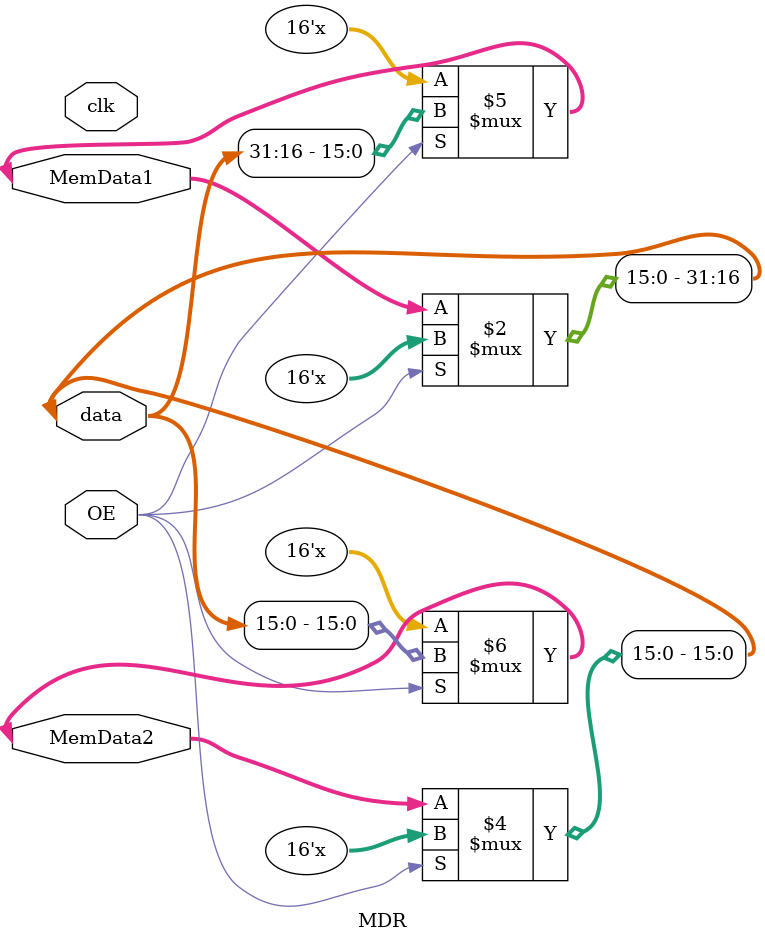
<source format=v>
module MDR (data,MemData1,MemData2,OE,clk);
	inout [31:0] data;
	inout [15:0] MemData1;
	inout [15:0] MemData2;
	input OE;
	input clk;
	/*
	reg [15:0] internal1;
	reg [15:0] internal2;
	reg [31:0] internalfull;
	
	always @ (posedge clk)
		begin
			//if OE high, pass the memory data to data 
			if (OE) begin
				internal1=data[31:16];
				internal2=data[15:0];
			end
			//if OE low, pass data to memory data
			else begin
				internal1=MemData1;
				internal2=MemData2;
			end
			
		end
	
	assign data[31:16]=(!OE)?internal1:16'bz;
	assign data[15:0]=(!OE)?internal2:16'bz;
	assign MemData1=(OE)?internal1:16'bz;
	assign MemData2=(OE)?internal2:16'bz;
	*/
	
	assign data[31:16]=(!OE)?MemData1:16'bz;
	assign data[15:0]=(!OE)?MemData2:16'bz;
	assign MemData1=(OE)?data[31:16]:16'bz;
	assign MemData2=(OE)?data[15:0]:16'bz;
endmodule
</source>
